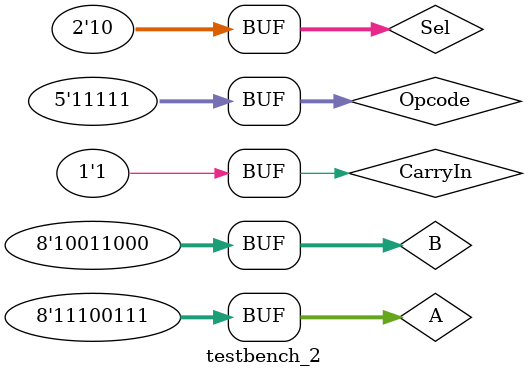
<source format=v>
`timescale 1ns / 1ps


module testbench_2;

	// Inputs
	reg [7:0] A;
	reg [7:0] B;
	reg [1:0] Sel;
	reg [4:0] Opcode;
	reg [0:0] CarryIn;

	// Outputs
	wire [7:0] ALU_Out;
	wire CarryOut;
	wire OverflowFlag;

	// Instantiate the Unit Under Test (UUT)
	ALU uut (
		.A(A), 
		.B(B),  
		.Sel(Sel), 
		.Opcode(Opcode), 
		.CarryIn(CarryIn),
		.ALU_Out(ALU_Out), 
		.CarryOut(CarryOut),
		.OverflowFlag(OverflowFlag)
	);
	//always #1 clk=~clk;
	initial begin
		// Initialize Inputs
		A = 8'b11100111;
		B = 8'b10011000;
		Sel = 2'b10;
		CarryIn=1'b1;
		Opcode = 5'd0;
		// Wait 100 ns for global reset to finish
		#1;
		Opcode = 5'd1;
		// Wait 100 ns for global reset to finish
		#1;
		
		Opcode = 5'd2;
		// Wait 100 ns for global reset to finish
		#1;
		
		Opcode = 5'd3;
		// Wait 100 ns for global reset to finish
		#1;
		
		Opcode = 5'd4;
		// Wait 100 ns for global reset to finish
		#1;
		
		Opcode = 5'd5;
		// Wait 100 ns for global reset to finish
		#1;
		
		Opcode = 5'd6;
		// Wait 100 ns for global reset to finish
		#1;
		
		Opcode = 5'd7;
		// Wait 100 ns for global reset to finish
		#1;
		
		Opcode = 5'd8;
		// Wait 100 ns for global reset to finish
		#1;
		
		Opcode = 5'd9;
		// Wait 100 ns for global reset to finish
		#1;
		
		Opcode = 5'd10;
		// Wait 100 ns for global reset to finish
		#1;
		
		Opcode = 5'd11;
		// Wait 100 ns for global reset to finish
		#1;
		
		Opcode = 5'd12;
		// Wait 100 ns for global reset to finish
		#1;
		
		Opcode = 5'd13;
		// Wait 100 ns for global reset to finish
		#1;
		
		Opcode = 5'd14;
		// Wait 100 ns for global reset to finish
		#1;
		
		Opcode = 5'd15;
		// Wait 100 ns for global reset to finish
		#1;
		
		Opcode = 5'd16;
		// Wait 100 ns for global reset to finish
		#1;
		
		Opcode = 5'd17;
		// Wait 100 ns for global reset to finish
		#1;
		
		Opcode = 5'd18;
//		for global reset to finish
		#1;
		
		Opcode = 5'd19;
		// Wait 100 ns for global reset to finish
		#1;
		
		Opcode = 5'd20;
		// Wait 100 ns for global reset to finish
		#1;
		
		Opcode = 5'd21;
		// Wait 100 ns for global reset to finish
		#1;
		
		Opcode = 5'd22;
		// Wait 100 ns for global reset to finish
		#1;
		
		Opcode = 5'd23;
		// Wait 100 ns for global reset to finish
		#1;
		
		Opcode = 5'd24;
		// Wait 100 ns for global reset to finish
		#1;
		
		Opcode = 5'd25;
		// Wait 100 ns for global reset to finish
		#1;
		
		Opcode = 5'd26;
		// Wait 100 ns for global reset to finish
		#1;
		
		Opcode = 5'd27;
		// Wait 100 ns for global reset to finish
		#1;
		
		Opcode = 5'd28;
		// Wait 100 n for global reset to finish
		#1;
		
		Opcode = 5'd29;
		// Wait 100 ns for global reset to finish
		#1;
		
		Opcode = 5'd30;
		// Wait 100 ns for global reset to finish
		#1;
		
		Opcode = 5'd31;
		//Wait 100 ns for global reset to finish
		#1;
		
		
		
        
		// Add stimulus here

	end
      
endmodule


</source>
